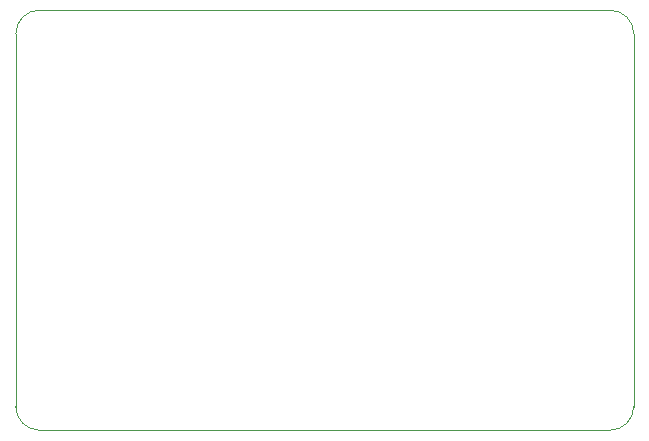
<source format=gbr>
%TF.GenerationSoftware,KiCad,Pcbnew,9.0.3*%
%TF.CreationDate,2025-12-07T20:19:00-06:00*%
%TF.ProjectId,AmmeterRelays,416d6d65-7465-4725-9265-6c6179732e6b,rev?*%
%TF.SameCoordinates,Original*%
%TF.FileFunction,Profile,NP*%
%FSLAX46Y46*%
G04 Gerber Fmt 4.6, Leading zero omitted, Abs format (unit mm)*
G04 Created by KiCad (PCBNEW 9.0.3) date 2025-12-07 20:19:00*
%MOMM*%
%LPD*%
G01*
G04 APERTURE LIST*
%TA.AperFunction,Profile*%
%ADD10C,0.050000*%
%TD*%
G04 APERTURE END LIST*
D10*
X113316000Y-38608000D02*
G75*
G02*
X115316000Y-40608000I0J-2000000D01*
G01*
X62992000Y-40608000D02*
G75*
G02*
X64992000Y-38608000I2000000J0D01*
G01*
X115316000Y-72168000D02*
G75*
G02*
X113316000Y-74168000I-2000000J0D01*
G01*
X64992000Y-74168000D02*
G75*
G02*
X62992000Y-72168000I0J2000000D01*
G01*
X115316000Y-40608000D02*
X115316000Y-72168000D01*
X62992000Y-72168000D02*
X62992000Y-40608000D01*
X64992000Y-38608000D02*
X113316000Y-38608000D01*
X113316000Y-74168000D02*
X64992000Y-74168000D01*
M02*

</source>
